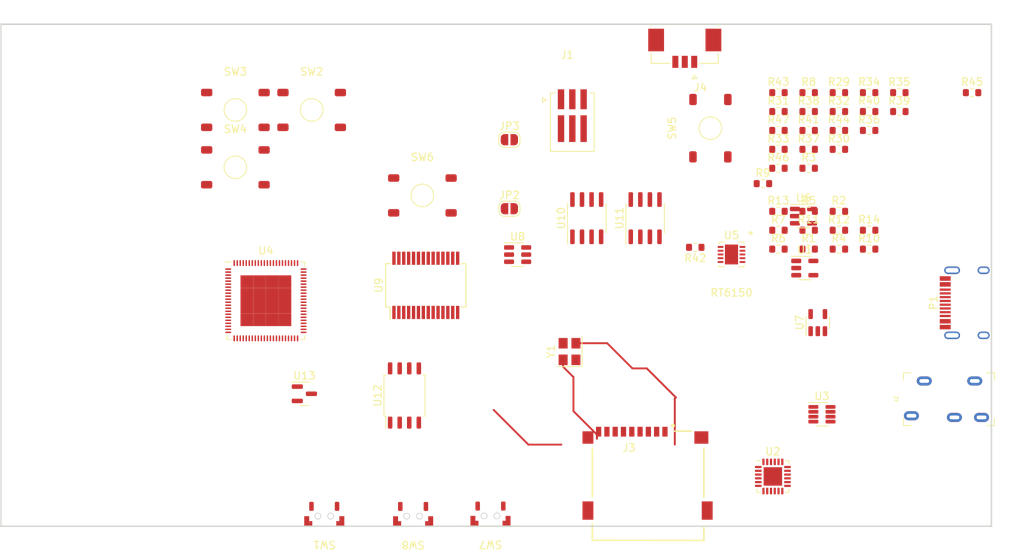
<source format=kicad_pcb>
(kicad_pcb (version 20211014) (generator pcbnew)
  (layers (0 "F.Cu" signal) (31 "B.Cu" signal) (34 "B.Paste" user) (35 "F.Paste" user) (36 "B.SilkS" user "B.Silkscreen") (37 "F.SilkS" user "F.Silkscreen") (38 "B.Mask" user) (39 "F.Mask" user) (44 "Edge.Cuts" user))
  (net 0 "")
  (net 1 "PWR_BTN")
  (net 2 "GND")
  (net 3 "Net-(R32-Pad2)")
  (net 4 "Net-(C60-Pad1)")
  (net 5 "VCC")
  (net 6 "Net-(C4-Pad2)")
  (net 7 "Net-(L2-Pad1)")
  (net 8 "Net-(R6-Pad2)")
  (net 9 "VBUS")
  (net 13 "SOC_I2C_SCL")
  (net 14 "SOC_I2C_SDA")
  (net 15 "CHRG_IRQ")
  (net 17 "CHRG_EN")
  (net 18 "Net-(R1-Pad2)")
  (net 20 "+BATT")
  (net 21 "Net-(C11-Pad2)")
  (net 22 "Net-(C11-Pad1)")
  (net 23 "Net-(C10-Pad1)")
  (net 24 "Net-(C6-Pad1)")
  (net 26 "Net-(L1-Pad2)")
  (net 27 "Net-(R4-Pad2)")
  (net 28 "Net-(C8-Pad1)")
  (net 29 "GNDA")
  (net 30 "Net-(R2-Pad1)")
  (net 36 "+3V3")
  (net 37 "/SOC/LCD_D2")
  (net 38 "/SOC/LCD_D3")
  (net 39 "/SOC/LCD_D4")
  (net 40 "/SOC/LCD_D5")
  (net 41 "/SOC/LCD_D6")
  (net 42 "/SOC/LCD_D7")
  (net 43 "/SOC/LCD_D10")
  (net 44 "/SOC/LCD_D11")
  (net 45 "/SOC/LCD_D12")
  (net 46 "/SOC/LCD_D13")
  (net 47 "/SOC/LCD_D14")
  (net 48 "/SOC/LCD_D15")
  (net 50 "TERM_TX")
  (net 51 "TERM_RX")
  (net 52 "+1V1")
  (net 54 "/SOC/LCD_WR")
  (net 55 "/SOC/LCD_RS")
  (net 56 "/SOC/LCD_RD")
  (net 57 "/SOC/LCD_CS")
  (net 58 "+2V5")
  (net 59 "Net-(C74-Pad2)")
  (net 62 "/SOC/FLASH_SPI_MISO")
  (net 63 "/SOC/FLASH_SPI_CLK")
  (net 64 "/SOC/FLASH_SPI_MOSI")
  (net 65 "/SOC/FLASH_SPI_CS")
  (net 66 "/SOC/LCD_PWM")
  (net 68 "/SOC/LCD_D16")
  (net 69 "/SOC/LCD_D9")
  (net 70 "/SOC/LCD_D8")
  (net 71 "/SOC/LCD_D1")
  (net 72 "/SOC/LCD_D0")
  (net 73 "Net-(C73-Pad1)")
  (net 74 "Net-(C72-Pad1)")
  (net 75 "/SOC/SDC_D2")
  (net 76 "/SOC/SDC_D3")
  (net 77 "/SOC/SDC_CMD")
  (net 78 "/SOC/SDC_CLK")
  (net 79 "/SOC/SDC_D0")
  (net 80 "/SOC/SDC_D1")
  (net 81 "AUDIO_PLUG")
  (net 83 "Net-(JP3-Pad1)")
  (net 84 "DAC_I2S_DIN")
  (net 86 "DAC_I2S_LRCK")
  (net 87 "DAC_I2S_BCLK")
  (net 88 "USB_D-")
  (net 89 "USB_D+")
  (net 90 "Net-(C69-Pad1)")
  (net 98 "KEYS")
  (net 99 "+3V0")
  (net 107 "Net-(L5-Pad2)")
  (net 108 "Net-(L5-Pad1)")
  (net 111 "Net-(R13-Pad2)")
  (net 112 "Net-(L6-Pad1)")
  (net 113 "Net-(C18-Pad2)")
  (net 114 "Net-(L7-Pad1)")
  (net 115 "Net-(C19-Pad2)")
  (net 116 "Net-(R43-Pad2)")
  (net 117 "Net-(R44-Pad2)")
  (net 118 "Net-(P1-PadA6)")
  (net 119 "Net-(P1-PadA7)")
  (net 121 "DAC_I2S_MCLK")
  (net 122 "Net-(C24-Pad1)")
  (net 123 "+5VA")
  (net 124 "Net-(C27-Pad1)")
  (net 125 "Net-(R16-Pad2)")
  (net 126 "Net-(R15-Pad2)")
  (net 127 "Net-(R17-Pad2)")
  (net 128 "Net-(R18-Pad2)")
  (net 129 "Net-(C25-Pad1)")
  (net 134 "Net-(R45-Pad2)")
  (net 135 "Net-(C39-Pad1)")
  (net 136 "Net-(C40-Pad1)")
  (net 137 "Net-(C39-Pad2)")
  (net 138 "-5VA")
  (net 139 "Net-(C41-Pad2)")
  (net 140 "Net-(C42-Pad1)")
  (net 141 "Net-(C41-Pad1)")
  (net 142 "Net-(R27-Pad2)")
  (net 143 "Net-(R28-Pad2)")
  (net 144 "Net-(J2-Pad2)")
  (net 145 "Net-(J2-Pad5)")
  (net 148 "Net-(C71-Pad1)")
  (net 153 "Net-(R31-Pad2)")
  (net 154 "Net-(R29-Pad2)")
  (net 155 "Net-(R30-Pad2)")
  (net 156 "Net-(R29-Pad1)")
  (net 159 "Net-(P2-Pad38)")
  (net 160 "Net-(Q1-Pad1)")
  (net 161 "Net-(Q1-Pad3)")
  (footprint "rlib_passive:R_0603_1608Metric" (layer "F.Cu") (at 160.09 98.21 180)
    (fp_text reference "R42")
    (fp_text value "R")
  )
  (footprint "rlib_passive:R_0603_1608Metric" (layer "F.Cu") (at 175.14 82.69)
    (fp_text reference "R41")
    (fp_text value "R")
  )
  (footprint "rlib_passive:R_0603_1608Metric" (layer "F.Cu") (at 187.17 77.67)
    (fp_text reference "R35")
    (fp_text value "R")
  )
  (footprint "rlib_passive:R_0603_1608Metric" (layer "F.Cu") (at 171.13 98.45)
    (fp_text reference "R6")
    (fp_text value "R")
  )
  (footprint "rlib_buttons:TS-1010-X-X" (layer "F.Cu") (at 110.87 133.91 180)
    (fp_text reference "SW1")
    (fp_text value "TS-1010-C-A")
    (fp_circle (center -0.85 0) (end -0.45 0) (layer "Edge.Cuts") (width 0.1) (fill none))
    (fp_circle (center 0.85 0) (end 1.25 0) (layer "Edge.Cuts") (width 0.1) (fill none))
  )
  (footprint "rlib_power:WQFN-24-1EP_4x4mm_P0.5mm_EP2.45x2.45mm" (layer "F.Cu") (at 170.39 128.64)
    (fp_text reference "U2")
    (fp_text value "RT9467")
  )
  (footprint "Jumper:SolderJumper-2_P1.3mm_Open_RoundedPad1.0x1.5mm" (layer "F.Cu") (at 135.43 93.08)
    (fp_text reference "JP2")
    (fp_text value "Reset")
  )
  (footprint "rlib_ic:SSOP-28_5.3x10.2mm_P0.65mm" (layer "F.Cu") (at 124.34 103.26 90)
    (fp_text reference "U9")
    (fp_text value "WM8741")
  )
  (footprint "rlib_connectors:TF-01A" (layer "F.Cu") (at 153.84 129.87)
    (fp_text reference "J3")
    (fp_text value "TF01-A")
  )
  (footprint "rlib_passive:R_0603_1608Metric" (layer "F.Cu") (at 171.13 93.43)
    (fp_text reference "R13")
    (fp_text value "R")
  )
  (footprint "rlib_ic:SOIC-8_5.23x5.23mm_P1.27mm" (layer "F.Cu") (at 121.51 117.89 90)
    (fp_text reference "U12")
    (fp_text value "W25Q128JVSIQ")
  )
  (footprint "rlib_passive:R_0603_1608Metric" (layer "F.Cu") (at 171.13 80.18)
    (fp_text reference "R31")
    (fp_text value "R")
  )
  (footprint "rlib_passive:R_0603_1608Metric" (layer "F.Cu") (at 175.14 85.2)
    (fp_text reference "R37")
    (fp_text value "R")
  )
  (footprint "rlib_passive:R_0603_1608Metric" (layer "F.Cu") (at 183.16 80.18)
    (fp_text reference "R40")
    (fp_text value "R")
  )
  (footprint "rlib_power:SOT-23-5" (layer "F.Cu") (at 174.625 100.965)
    (fp_text reference "U1")
    (fp_text value "RT5750A")
  )
  (footprint "rlib_crystals:Crystal_SMD_Abracon_ABM8G-4Pin_3.2x2.5mm" (layer "F.Cu") (at 143.41 112.05 90)
    (fp_text reference "Y1")
    (fp_text value "Crystal_GND24")
  )
  (footprint "rlib_passive:R_0603_1608Metric" (layer "F.Cu") (at 175.14 77.67)
    (fp_text reference "R8")
    (fp_text value "R")
  )
  (footprint "rlib_buttons:TS-1157-X-A" (layer "F.Cu") (at 99.076571 87.585)
    (fp_text reference "SW4")
    (fp_text value "TS-1157-X-A")
  )
  (footprint "rlib_passive:R_0603_1608Metric" (layer "F.Cu") (at 175.14 95.94)
    (fp_text reference "R11")
    (fp_text value "R")
  )
  (footprint "rlib_passive:R_0603_1608Metric" (layer "F.Cu") (at 175.14 87.71)
    (fp_text reference "R3")
    (fp_text value "R")
  )
  (footprint "rlib_ic:QFN-88_EP_10x10_Pitch0.4mm" (layer "F.Cu") (at 103.1225 105.3025)
    (fp_text reference "U4")
    (fp_text value "F1C200S")
  )
  (footprint "rlib_connectors:MOLEX_532610371" (layer "F.Cu") (at 158.7 71.18 180)
    (fp_text reference "J4")
    (fp_text value "532610371")
  )
  (footprint "rlib_power:SOT-23" (layer "F.Cu") (at 108.23 117.66)
    (fp_text reference "U13")
    (fp_text value "XC6206P302MR")
  )
  (footprint "rlib_passive:R_0603_1608Metric" (layer "F.Cu") (at 183.16 95.94)
    (fp_text reference "R14")
    (fp_text value "R")
  )
  (footprint "rlib_passive:R_0603_1608Metric" (layer "F.Cu") (at 179.15 98.45)
    (fp_text reference "R4")
    (fp_text value "R")
  )
  (footprint "rlib_passive:R_0603_1608Metric" (layer "F.Cu") (at 171.13 82.69)
    (fp_text reference "R47")
    (fp_text value "R")
  )
  (footprint "rlib_buttons:TS-1157-X-A" (layer "F.Cu") (at 123.89 91.32)
    (fp_text reference "SW6")
    (fp_text value "TS-1157-X-A")
  )
  (footprint "rlib_ic:SOIC-8_3.9x4.9mm_P1.27mm" (layer "F.Cu") (at 153.44 94.34 90)
    (fp_text reference "U11")
    (fp_text value "LM4562")
  )
  (footprint "Jumper:SolderJumper-2_P1.3mm_Open_RoundedPad1.0x1.5mm" (layer "F.Cu") (at 135.43 83.92)
    (fp_text reference "JP3")
    (fp_text value "Jumper_2_Open")
  )
  (footprint "rlib_passive:R_0603_1608Metric" (layer "F.Cu") (at 187.17 80.18)
    (fp_text reference "R39")
    (fp_text value "R")
  )
  (footprint "rlib_ic:SOIC-8_3.9x4.9mm_P1.27mm" (layer "F.Cu") (at 145.7 94.34 90)
    (fp_text reference "U10")
    (fp_text value "OPA1652")
  )
  (footprint "rlib_passive:R_0603_1608Metric" (layer "F.Cu") (at 171.13 95.94)
    (fp_text reference "R7")
    (fp_text value "R")
  )
  (footprint "rlib_passive:R_0603_1608Metric" (layer "F.Cu") (at 175.14 93.43)
    (fp_text reference "R5")
    (fp_text value "R")
  )
  (footprint "rlib_passive:R_0603_1608Metric" (layer "F.Cu") (at 169.07 89.75)
    (fp_text reference "R9")
    (fp_text value "R")
  )
  (footprint "rlib_passive:R_0603_1608Metric" (layer "F.Cu") (at 175.14 80.18)
    (fp_text reference "R38")
    (fp_text value "R")
  )
  (footprint "rlib_passive:R_0603_1608Metric" (layer "F.Cu") (at 171.13 87.71)
    (fp_text reference "R46")
    (fp_text value "R")
  )
  (footprint "rlib_power:SOT-23-5" (layer "F.Cu") (at 174.4525 94.07)
    (fp_text reference "U6")
    (fp_text value "RT5750A")
  )
  (footprint "rlib_passive:R_0603_1608Metric" (layer "F.Cu") (at 175.14 98.45)
    (fp_text reference "R1")
    (fp_text value "R")
  )
  (footprint "rlib_passive:R_0603_1608Metric" (layer "F.Cu") (at 171.13 77.67)
    (fp_text reference "R43")
    (fp_text value "R")
  )
  (footprint "rlib_passive:R_0603_1608Metric" (layer "F.Cu") (at 183.16 98.45)
    (fp_text reference "R10")
    (fp_text value "R")
  )
  (footprint "rlib_power:RT6150AGQW" (layer "F.Cu") (at 164.9 99.16)
    (fp_text reference "U5")
    (fp_text value "RT6150")
  )
  (footprint "rlib_passive:R_0603_1608Metric" (layer "F.Cu") (at 183.16 82.69)
    (fp_text reference "R36")
    (fp_text value "R")
  )
  (footprint "rlib_buttons:TS-1010-X-X" (layer "F.Cu") (at 132.923614 133.873199 180)
    (fp_text reference "SW7")
    (fp_text value "TS-1010-C-A")
    (fp_circle (center -0.85 0) (end -0.45 0) (layer "Edge.Cuts") (width 0.1) (fill none))
    (fp_circle (center 0.85 0) (end 1.25 0) (layer "Edge.Cuts") (width 0.1) (fill none))
  )
  (footprint "rlib_passive:R_0603_1608Metric" (layer "F.Cu") (at 196.82 77.67)
    (fp_text reference "R45")
    (fp_text value "R")
  )
  (footprint "rlib_buttons:TS-1157-X-A" (layer "F.Cu") (at 99.076571 79.965)
    (fp_text reference "SW3")
    (fp_text value "TS-1157-X-A")
  )
  (footprint "rlib_passive:R_0603_1608Metric" (layer "F.Cu") (at 179.15 85.2)
    (fp_text reference "R30")
    (fp_text value "R")
  )
  (footprint "rlib_power:TSOT-23-8" (layer "F.Cu") (at 176.9 120.38)
    (fp_text reference "U3")
    (fp_text value "RT4812")
  )
  (footprint "Package_TO_SOT_SMD:SOT-23-6" (layer "F.Cu") (at 136.525 99.18)
    (fp_text reference "U8")
    (fp_text value "USBLC6-2SC6")
  )
  (footprint "rlib_power:SOT-23-5" (layer "F.Cu") (at 176.35 108.21 90)
    (fp_text reference "U7")
    (fp_text value "RT5750A")
  )
  (footprint "rlib_buttons:TS-1010-X-X" (layer "F.Cu") (at 122.656775 133.923488 180)
    (fp_text reference "SW8")
    (fp_text value "TS-1010-C-A")
    (fp_circle (center 0.85 0) (end 1.25 0) (layer "Edge.Cuts") (width 0.1) (fill none))
    (fp_circle (center -0.85 0) (end -0.45 0) (layer "Edge.Cuts") (width 0.1) (fill none))
  )
  (footprint "rlib_passive:R_0603_1608Metric" (layer "F.Cu") (at 171.13 85.2)
    (fp_text reference "R33")
    (fp_text value "R")
  )
  (footprint "rlib_passive:R_0603_1608Metric" (layer "F.Cu") (at 179.15 95.94)
    (fp_text reference "R12")
    (fp_text value "R")
  )
  (footprint "rlib_passive:R_0603_1608Metric" (layer "F.Cu") (at 179.15 77.67)
    (fp_text reference "R29")
    (fp_text value "R")
  )
  (footprint "rlib_passive:R_0603_1608Metric" (layer "F.Cu") (at 179.15 82.69)
    (fp_text reference "R44")
    (fp_text value "R")
  )
  (footprint "rlib_connectors:MOLEX_874380343" (layer "F.Cu") (at 143.78 81.6)
    (fp_text reference "J1")
    (fp_text value "874380343")
  )
  (footprint "rlib_passive:R_0603_1608Metric" (layer "F.Cu") (at 179.15 93.43)
    (fp_text reference "R2")
    (fp_text value "R")
  )
  (footprint "rlib_buttons:TS-1157-X-A" (layer "F.Cu") (at 162.1 82.39 90)
    (fp_text reference "SW5")
    (fp_text value "TS-1157-X-A")
  )
  (footprint "rlib_passive:R_0603_1608Metric" (layer "F.Cu") (at 183.16 77.67)
    (fp_text reference "R34")
    (fp_text value "R")
  )
  (footprint "rlib_connectors:PJ-3270" (layer "F.Cu") (at 199.775 118.38 90)
    (fp_text reference "J2")
    (fp_text value "PJ-3270")
  )
  (footprint "rlib_connectors:HRO-TYPE-C-31-M-12" (layer "F.Cu") (at 200.955 105.58 90)
    (fp_text reference "P1")
    (fp_text value "HRO-TYPE-C-31-M-12")
  )
  (footprint "rlib_passive:R_0603_1608Metric" (layer "F.Cu") (at 179.15 80.18)
    (fp_text reference "R32")
    (fp_text value "R")
  )
  (footprint "rlib_buttons:TS-1157-X-A" (layer "F.Cu") (at 109.196571 79.965)
    (fp_text reference "SW2")
    (fp_text value "TS-1157-X-A")
  )
  (gr_rect (start 67.945 68.58) (end 199.39 135.255) (layer "Edge.Cuts") (width 0.2) (fill none))
  (segment (start 143.93 115.45) (end 143.93 119.971017) (width 0.25) (layer "F.Cu") (net 2))
  (segment (start 142.56 113.15) (end 142.56 114.08) (width 0.25) (layer "F.Cu") (net 2))
  (segment (start 137.955 124.41) (end 133.35 119.805) (width 0.25) (layer "F.Cu") (net 2))
  (segment (start 147.045183 123.0862) (end 147.045183 123.6362) (width 0.25) (layer "F.Cu") (net 2))
  (segment (start 153.66 114.29) (end 157.52 118.15) (width 0.25) (layer "F.Cu") (net 2))
  (segment (start 143.93 119.971017) (end 147.045183 123.0862) (width 0.25) (layer "F.Cu") (net 2))
  (segment (start 142.326783 124.41) (end 137.955 124.41) (width 0.25) (layer "F.Cu") (net 2))
  (segment (start 148.41 110.95) (end 151.75 114.29) (width 0.25) (layer "F.Cu") (net 2))
  (segment (start 157.52 118.15) (end 157.376583 118.293417) (width 0.25) (layer "F.Cu") (net 2))
  (segment (start 142.56 114.08) (end 143.93 115.45) (width 0.25) (layer "F.Cu") (net 2))
  (segment (start 157.376583 118.293417) (end 157.376583 124.41) (width 0.25) (layer "F.Cu") (net 2))
  (segment (start 151.75 114.29) (end 153.66 114.29) (width 0.25) (layer "F.Cu") (net 2))
  (segment (start 144.26 110.95) (end 148.41 110.95) (width 0.25) (layer "F.Cu") (net 2))
)
</source>
